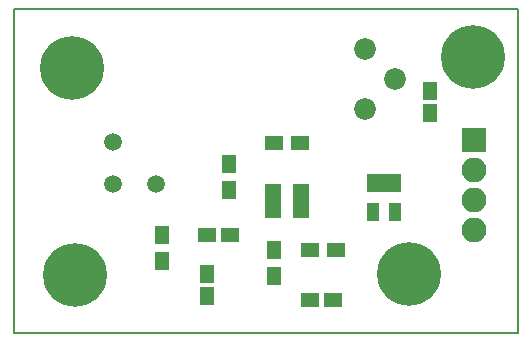
<source format=gbr>
%TF.GenerationSoftware,KiCad,Pcbnew,4.0.7*%
%TF.CreationDate,2018-05-13T22:07:06+02:00*%
%TF.ProjectId,nestbox,6E657374626F782E6B696361645F7063,rev?*%
%TF.FileFunction,Soldermask,Top*%
%FSLAX46Y46*%
G04 Gerber Fmt 4.6, Leading zero omitted, Abs format (unit mm)*
G04 Created by KiCad (PCBNEW 4.0.7) date 05/13/18 22:07:06*
%MOMM*%
%LPD*%
G01*
G04 APERTURE LIST*
%ADD10C,0.150000*%
%ADD11C,5.400000*%
%ADD12C,1.500000*%
%ADD13R,1.390600X1.009600*%
%ADD14R,0.990000X1.610000*%
%ADD15R,1.150000X1.600000*%
%ADD16R,1.600000X1.150000*%
%ADD17R,2.100000X2.100000*%
%ADD18O,2.100000X2.100000*%
%ADD19R,1.600000X1.300000*%
%ADD20R,1.300000X1.600000*%
%ADD21C,1.840000*%
G04 APERTURE END LIST*
D10*
X155150000Y-121050000D02*
X156500000Y-121050000D01*
X156500000Y-93600000D02*
X156500000Y-121050000D01*
X113775000Y-93600000D02*
X156525000Y-93600000D01*
X113775000Y-121050000D02*
X113775000Y-93600000D01*
X155175000Y-121050000D02*
X113775000Y-121050000D01*
D11*
X147256500Y-116078000D03*
X152654000Y-97726500D03*
X118935500Y-116141500D03*
D12*
X122219450Y-104883950D03*
X122219450Y-108476050D03*
X125811550Y-108476050D03*
D13*
X135764220Y-108960200D03*
X135764220Y-109900000D03*
X135764220Y-110839800D03*
X138085780Y-110839800D03*
X138085780Y-109900000D03*
X138085780Y-108960200D03*
D14*
X146100000Y-108320000D03*
X145150000Y-108320000D03*
X144200000Y-108320000D03*
X144200000Y-110830000D03*
X146100000Y-110830000D03*
D15*
X130175000Y-116017000D03*
X130175000Y-117917000D03*
D16*
X132077500Y-112776000D03*
X130177500Y-112776000D03*
X140800000Y-118300000D03*
X138900000Y-118300000D03*
D17*
X152717500Y-104711500D03*
D18*
X152717500Y-107251500D03*
X152717500Y-109791500D03*
X152717500Y-112331500D03*
D19*
X138050000Y-104925000D03*
X135850000Y-104925000D03*
D20*
X126301500Y-112755500D03*
X126301500Y-114955500D03*
X132050000Y-108975000D03*
X132050000Y-106775000D03*
X135800000Y-114050000D03*
X135800000Y-116250000D03*
D19*
X141100000Y-114050000D03*
X138900000Y-114050000D03*
D21*
X143510000Y-97028000D03*
X146050000Y-99568000D03*
X143510000Y-102108000D03*
D15*
X149000000Y-102450000D03*
X149000000Y-100550000D03*
D11*
X118681500Y-98615500D03*
M02*

</source>
